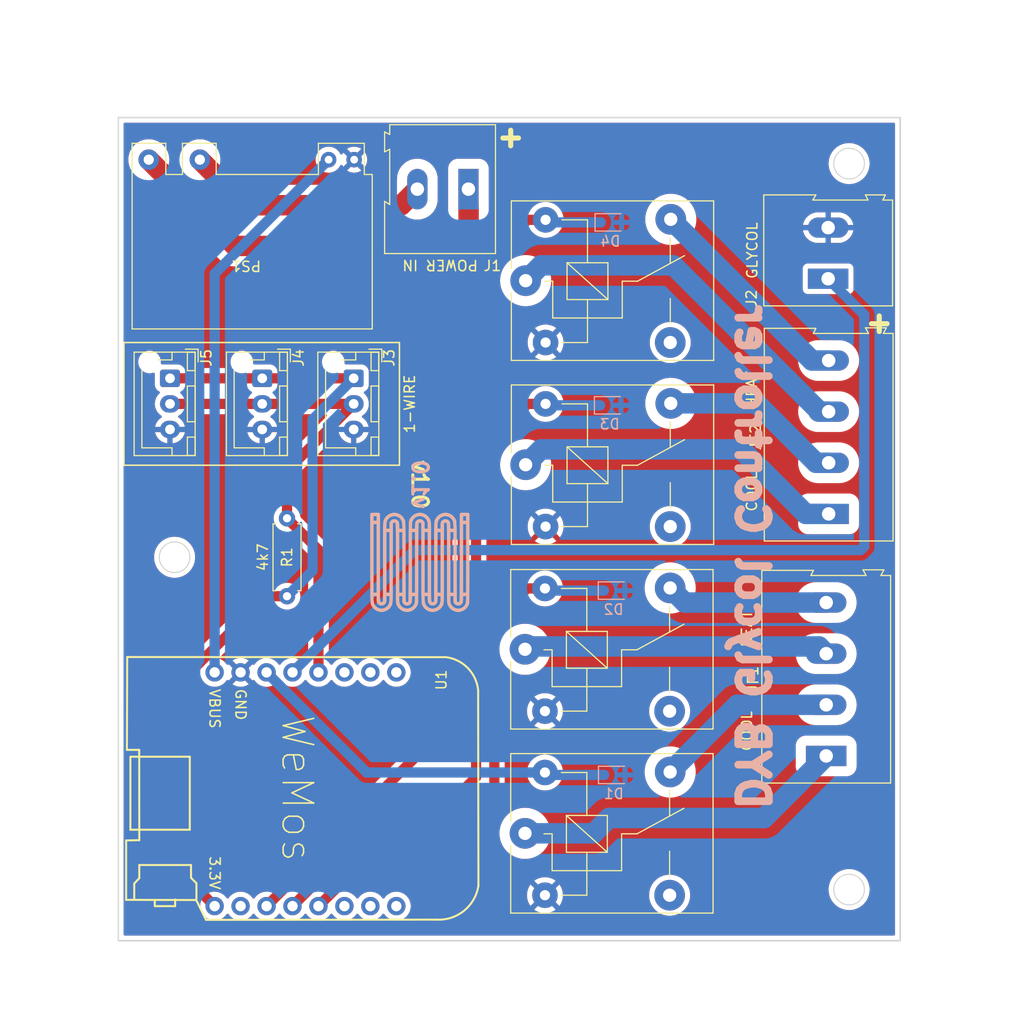
<source format=kicad_pcb>
(kicad_pcb (version 20211014) (generator pcbnew)

  (general
    (thickness 1.6)
  )

  (paper "USLetter")
  (title_block
    (title "DYB Relay Cotnrol Board")
    (date "2023-01-31")
    (rev "1.0")
  )

  (layers
    (0 "F.Cu" signal)
    (31 "B.Cu" signal)
    (32 "B.Adhes" user "B.Adhesive")
    (33 "F.Adhes" user "F.Adhesive")
    (34 "B.Paste" user)
    (35 "F.Paste" user)
    (36 "B.SilkS" user "B.Silkscreen")
    (37 "F.SilkS" user "F.Silkscreen")
    (38 "B.Mask" user)
    (39 "F.Mask" user)
    (40 "Dwgs.User" user "User.Drawings")
    (41 "Cmts.User" user "User.Comments")
    (42 "Eco1.User" user "User.Eco1")
    (43 "Eco2.User" user "User.Eco2")
    (44 "Edge.Cuts" user)
    (45 "Margin" user)
    (46 "B.CrtYd" user "B.Courtyard")
    (47 "F.CrtYd" user "F.Courtyard")
    (48 "B.Fab" user)
    (49 "F.Fab" user)
  )

  (setup
    (stackup
      (layer "F.SilkS" (type "Top Silk Screen"))
      (layer "F.Paste" (type "Top Solder Paste"))
      (layer "F.Mask" (type "Top Solder Mask") (thickness 0.01))
      (layer "F.Cu" (type "copper") (thickness 0.035))
      (layer "dielectric 1" (type "core") (thickness 1.51) (material "FR4") (epsilon_r 4.5) (loss_tangent 0.02))
      (layer "B.Cu" (type "copper") (thickness 0.035))
      (layer "B.Mask" (type "Bottom Solder Mask") (thickness 0.01))
      (layer "B.Paste" (type "Bottom Solder Paste"))
      (layer "B.SilkS" (type "Bottom Silk Screen"))
      (copper_finish "None")
      (dielectric_constraints no)
    )
    (pad_to_mask_clearance 0)
    (pcbplotparams
      (layerselection 0x00010f0_ffffffff)
      (disableapertmacros false)
      (usegerberextensions false)
      (usegerberattributes false)
      (usegerberadvancedattributes false)
      (creategerberjobfile true)
      (svguseinch false)
      (svgprecision 6)
      (excludeedgelayer false)
      (plotframeref false)
      (viasonmask false)
      (mode 1)
      (useauxorigin false)
      (hpglpennumber 1)
      (hpglpenspeed 20)
      (hpglpendiameter 15.000000)
      (dxfpolygonmode true)
      (dxfimperialunits true)
      (dxfusepcbnewfont true)
      (psnegative false)
      (psa4output false)
      (plotreference false)
      (plotvalue true)
      (plotinvisibletext false)
      (sketchpadsonfab false)
      (subtractmaskfromsilk true)
      (outputformat 1)
      (mirror false)
      (drillshape 0)
      (scaleselection 1)
      (outputdirectory "gerber_output/")
    )
  )

  (net 0 "")
  (net 1 "Gnd")
  (net 2 "Compressor_Signal")
  (net 3 "3.3VDC")
  (net 4 "/F1Cin")
  (net 5 "/F1Cout")
  (net 6 "/F1Hin")
  (net 7 "/F1Hout")
  (net 8 "/F2Cin")
  (net 9 "/F2Cout")
  (net 10 "/F2Hout")
  (net 11 "F1_C")
  (net 12 "F1_H")
  (net 13 "F2_C")
  (net 14 "F2_H")
  (net 15 "5VDC")
  (net 16 "OWC_BUS")
  (net 17 "unconnected-(U1-Pad6)")
  (net 18 "unconnected-(U1-Pad7)")
  (net 19 "unconnected-(U1-Pad8)")
  (net 20 "unconnected-(U1-Pad9)")
  (net 21 "unconnected-(U1-Pad10)")
  (net 22 "unconnected-(U1-Pad11)")
  (net 23 "unconnected-(U1-Pad15)")
  (net 24 "/F2Hin")
  (net 25 "unconnected-(F1COOL1-Pad3)")
  (net 26 "unconnected-(F1HEAT1-Pad3)")
  (net 27 "unconnected-(F2COOL1-Pad3)")
  (net 28 "unconnected-(F2HEAT1-Pad3)")
  (net 29 "/NUETRAL")
  (net 30 "/LINE")

  (footprint "Relay_THT:Relay_SPDT_SANYOU_SRD_Series_Form_C" (layer "F.Cu") (at 108.78875 122.5))

  (footprint "Relay_THT:Relay_SPDT_SANYOU_SRD_Series_Form_C" (layer "F.Cu") (at 108.78875 104.5))

  (footprint "Relay_THT:Relay_SPDT_SANYOU_SRD_Series_Form_C" (layer "F.Cu") (at 108.85 86.45))

  (footprint "Relay_THT:Relay_SPDT_SANYOU_SRD_Series_Form_C" (layer "F.Cu") (at 108.85 68.45))

  (footprint "Module:WEMOS_D1_MINI" (layer "F.Cu") (at 86.037747 118.187084 -90))

  (footprint "TerminalBlock:TerminalBlock_Altech_AK300-2_P5.00mm" (layer "F.Cu") (at 138.45 68.265 90))

  (footprint "TerminalBlock:TerminalBlock_Altech_AK300-2_P5.00mm" (layer "F.Cu") (at 103.25 59.5 180))

  (footprint "TerminalBlock:TerminalBlock_Altech_AK300-4_P5.00mm" (layer "F.Cu") (at 138.26 114.93 90))

  (footprint "LOGO" (layer "F.Cu") (at 98.5 96 90))

  (footprint "Connector_JST:JST_XH_B3B-XH-AM_1x03_P2.50mm_Vertical" (layer "F.Cu") (at 74.05 78 -90))

  (footprint "Connector_JST:JST_XH_B3B-XH-AM_1x03_P2.50mm_Vertical" (layer "F.Cu") (at 92.025 78 -90))

  (footprint "Power:Acxico 5V 700mA Board Module Mini AC-DC 120V to 5V Power Supply" (layer "F.Cu") (at 94.471 55.0175 180))

  (footprint "Connector_JST:JST_XH_B3B-XH-AM_1x03_P2.50mm_Vertical" (layer "F.Cu") (at 83.075 78 -90))

  (footprint "TerminalBlock:TerminalBlock_Altech_AK300-4_P5.00mm" (layer "F.Cu") (at 138.5 91.26 90))

  (footprint "Resistor_THT:R_Axial_DIN0207_L6.3mm_D2.5mm_P7.62mm_Horizontal" (layer "F.Cu") (at 85.5 91.69 -90))

  (footprint "Diode_SMD:D_SOD-323F" (layer "B.Cu") (at 117.075 80.64))

  (footprint "Diode_SMD:D_SOD-323F" (layer "B.Cu") (at 117.47375 116.79))

  (footprint "Diode_SMD:D_SOD-323F" (layer "B.Cu") (at 117.14 62.75))

  (footprint "Diode_SMD:D_SOD-323F" (layer "B.Cu") (at 117.45375 98.76))

  (footprint "LOGO" (layer "B.Cu")
    (tedit 0) (tstamp c77434ac-9b9c-41ed-8b3b-27a93da87a8a)
    (at 98.5 96 90)
    (attr board_only exclude_from_pos_files exclude_from_bom)
    (fp_text reference "v1.0" (at 7.62 0 270 unlocked) (layer "B.SilkS")
      (effects (font (size 1.524 1.524) (thickness 0.3)) (justify mirror))
      (tstamp 08e0680d-fff9-4d96-a2b3-f988c6520c9e)
    )
    (fp_text value "" (at 7.62 2.54 90) (layer "B.SilkS") hide
      (effects (font (size 1.524 1.524) (thickness 0.3)) (justify mirror))
      (tstamp 3e2e075c-0cbf-4fee-a96f-8a34c9653c7b)
    )
    (fp_poly (pts
        (xy 4.79758 4.797581)
        (xy 4.814198 4.77994)
        (xy 4.826451 4.761169)
        (xy 4.835005 4.735434)
        (xy 4.840524 4.696897)
        (xy 4.843672 4.639722)
        (xy 4.845116 4.558075)
        (xy 4.845519 4.446117)
        (xy 4.845538 4.376616)
        (xy 4.845407 4.247234)
        (xy 4.844569 4.151092)
        (xy 4.84236 4.082355)
        (xy 4.838114 4.035187)
        (xy 4.831168 4.003752)
        (xy 4.820856 3.982213)
        (xy 4.806513 3.964734)
        (xy 4.79758 3.955651)
        (xy 4.749622 3.907693)
        (xy 0.490269 3.907693)
        (xy -0.028442 3.907634)
        (xy -0.509055 3.907453)
        (xy -0.952552 3.907146)
        (xy -1.359912 3.906708)
        (xy -1.732115 3.906133)
        (xy -2.070141 3.905417)
        (xy -2.374971 3.904555)
        (xy -2.647584 3.90354)
        (xy -2.88896 3.90237)
        (xy -3.10008 3.901037)
        (xy -3.281923 3.899538)
        (xy -3.435468 3.897868)
        (xy -3.561698 3.896021)
        (xy -3.66159 3.893992)
        (xy -3.736126 3.891777)
        (xy -3.786285 3.88937)
        (xy -3.813047 3.886766)
        (xy -3.81753 3.88562)
        (xy -3.869727 3.843309)
        (xy -3.895733 3.783631)
        (xy -3.895546 3.71822)
        (xy -3.869168 3.658709)
        (xy -3.81753 3.61715)
        (xy -3.799789 3.614315)
        (xy -3.758819 3.611699)
        (xy -3.693596 3.609297)
        (xy -3.603092 3.607103)
        (xy -3.486282 3.60511)
        (xy -3.342142 3.603314)
        (xy -3.169644 3.601707)
        (xy -2.967763 3.600284)
        (xy -2.735474 3.59904)
        (xy -2.471751 3.597968)
        (xy -2.175569 3.597062)
        (xy -1.845901 3.596316)
        (xy -1.481722 3.595725)
        (xy -1.082006 3.595282)
        (xy -0.645728 3.594982)
        (xy -0.171862 3.594819)
        (xy 0.05465 3.594788)
        (xy 0.517372 3.594785)
        (xy 0.942681 3.594813)
        (xy 1.332244 3.594821)
        (xy 1.687724 3.594756)
        (xy 2.010786 3.594566)
        (xy 2.303095 3.594199)
        (xy 2.566316 3.593602)
        (xy 2.802113 3.592724)
        (xy 3.012152 3.591513)
        (xy 3.198096 3.589916)
        (xy 3.361612 3.587881)
        (xy 3.504363 3.585356)
        (xy 3.628014 3.582289)
        (xy 3.73423 3.578628)
        (xy 3.824676 3.57432)
        (xy 3.901017 3.569314)
        (xy 3.964917 3.563557)
        (xy 4.018042 3.556997)
        (xy 4.062055 3.549582)
        (xy 4.098622 3.54126)
        (xy 4.129407 3.531978)
        (xy 4.156076 3.521685)
        (xy 4.180292 3.510329)
        (xy 4.203721 3.497856)
        (xy 4.228028 3.484216)
        (xy 4.254877 3.469356)
        (xy 4.267139 3.462828)
        (xy 4.430592 3.355716)
        (xy 4.571489 3.220015)
        (xy 4.686602 3.061099)
        (xy 4.772703 2.884341)
        (xy 4.826564 2.695115)
        (xy 4.844961 2.500923)
        (xy 4.826168 2.30465)
        (xy 4.771943 2.11553)
        (xy 4.685513 1.938935)
        (xy 4.570105 1.78024)
        (xy 4.428949 1.644818)
        (xy 4.267139 1.539018)
        (xy 4.238749 1.523637)
        (xy 4.213591 1.509498)
        (xy 4.19 1.496548)
        (xy 4.166312 1.484735)
        (xy 4.140861 1.474008)
        (xy 4.111984 1.464313)
        (xy 4.078015 1.4556)
        (xy 4.037289 1.447815)
        (xy 3.988141 1.440908)
        (xy 3.928908 1.434824)
        (xy 3.857924 1.429513)
        (xy 3.773524 1.424922)
        (xy 3.674044 1.421)
        (xy 3.557819 1.417693)
        (xy 3.423184 1.414949)
        (xy 3.268474 1.412718)
        (xy 3.092025 1.410946)
        (xy 2.892171 1.409581)
        (xy 2.667249 1.408571)
        (xy 2.415593 1.407865)
        (xy 2.135538 1.407409)
        (xy 1.825421 1.407152)
        (xy 1.483575 1.407041)
        (xy 1.108336 1.407025)
        (xy 0.69804 1.407051)
        (xy 0.251022 1.407067)
        (xy 0.05465 1.407058)
        (xy -0.436521 1.406955)
        (xy -0.889641 1.406717)
        (xy -1.305735 1.40634)
        (xy -1.68583 1.405816)
        (xy -2.030951 1.405141)
        (xy -2.342123 1.404308)
        (xy -2.620372 1.403312)
        (xy -2.866725 1.402146)
        (xy -3.082206 1.400805)
        (xy -3.267842 1.399282)
        (xy -3.424657 1.397572)
        (xy -3.553678 1.395668)
        (xy -3.65593 1.393566)
        (xy -3.732439 1.391258)
        (xy -3.784231 1.38874)
        (xy -3.812331 1.386004)
        (xy -3.81753 1.384697)
        (xy -3.869727 1.342386)
        (xy -3.895733 1.282708)
        (xy -3.895546 1.217297)
        (xy -3.869168 1.157786)
        (xy -3.81753 1.116227)
        (xy -3.799789 1.113392)
        (xy -3.758819 1.110776)
        (xy -3.693596 1.108374)
        (xy -3.603092 1.10618)
        (xy -3.486282 1.104187)
        (xy -3.342142 1.10239)
        (xy -3.169644 1.100784)
        (xy -2.967763 1.099361)
        (xy -2.735474 1.098117)
        (xy -2.471751 1.097045)
        (xy -2.175569 1.096139)
        (xy -1.845901 1.095393)
        (xy -1.481722 1.094802)
        (xy -1.082006 1.094359)
        (xy -0.645728 1.094059)
        (xy -0.171862 1.093896)
        (xy 0.05465 1.093865)
        (xy 0.517372 1.093862)
        (xy 0.942681 1.09389)
        (xy 1.332244 1.093898)
        (xy 1.687724 1.093833)
        (xy 2.010786 1.093643)
        (xy 2.303095 1.093276)
        (xy 2.566316 1.092679)
        (xy 2.802113 1.091801)
        (xy 3.012152 1.09059)
        (xy 3.198096 1.088993)
        (xy 3.361612 1.086958)
        (xy 3.504363 1.084433)
        (xy 3.628014 1.081366)
        (xy 3.73423 1.077705)
        (xy 3.824676 1.073397)
        (xy 3.901017 1.068391)
        (xy 3.964917 1.062634)
        (xy 4.018042 1.056074)
        (xy 4.062055 1.048659)
        (xy 4.098622 1.040337)
        (xy 4.129407 1.031055)
        (xy 4.156076 1.020762)
        (xy 4.180292 1.009406)
        (xy 4.203721 0.996933)
        (xy 4.228028 0.983293)
        (xy 4.254877 0.968432)
        (xy 4.267139 0.961905)
        (xy 4.430592 0.854793)
        (xy 4.571489 0.719092)
        (xy 4.686602 0.560176)
        (xy 4.772703 0.383418)
        (xy 4.826564 0.194192)
        (xy 4.844961 0)
        (xy 4.826168 -0.196273)
        (xy 4.771943 -0.385393)
        (xy 4.685513 -0.561988)
        (xy 4.570105 -0.720683)
        (xy 4.428949 -0.856105)
        (xy 4.267139 -0.961905)
        (xy 4.238749 -0.977286)
        (xy 4.213591 -0.991425)
        (xy 4.19 -1.004375)
        (xy 4.166312 -1.016188)
        (xy 4.140861 -1.026915)
        (xy 4.111984 -1.03661)
        (xy 4.078015 -1.045323)
        (xy 4.037289 -1.053108)
        (xy 3.988141 -1.060015)
        (xy 3.928908 -1.066099)
        (xy 3.857924 -1.07141)
        (xy 3.773524 -1.076001)
        (xy 3.674044 -1.079924)
        (xy 3.557819 -1.08323)
        (xy 3.423184 -1.085974)
        (xy 3.268474 -1.088205)
        (xy 3.092025 -1.089977)
        (xy 2.892171 -1.091342)
        (xy 2.667249 -1.092352)
        (xy 2.415593 -1.093059)
        (xy 2.135538 -1.093514)
        (xy 1.825421 -1.093772)
        (xy 1.483575 -1.093882)
        (xy 1.108336 -1.093898)
        (xy 0.69804 -1.093872)
        (xy 0.251022 -1.093856)
        (xy 0.05465 -1.093865)
        (xy -0.436521 -1.093968)
        (xy -0.889641 -1.094206)
        (xy -1.305735 -1.094583)
        (xy -1.68583 -1.095107)
        (xy -2.030951 -1.095782)
        (xy -2.342123 -1.096615)
        (xy -2.620372 -1.097611)
        (xy -2.866725 -1.098777)
        (xy -3.082206 -1.100118)
        (xy -3.267842 -1.101641)
        (xy -3.424657 -1.103351)
        (xy -3.553678 -1.105255)
        (xy -3.65593 -1.107357)
        (xy -3.732439 -1.109665)
        (xy -3.784231 -1.112183)
        (xy -3.812331 -1.114919)
        (xy -3.81753 -1.116226)
        (xy -3.869727 -1.158537)
        (xy -3.895733 -1.218215)
        (xy -3.895546 -1.283626)
        (xy -3.869168 -1.343137)
        (xy -3.81753 -1.384696)
        (xy -3.799789 -1.387531)
        (xy -3.758819 -1.390147)
        (xy -3.693596 -1.392549)
        (xy -3.603092 -1.394743)
        (xy -3.486282 -1.396736)
        (xy -3.342142 -1.398533)
        (xy -3.169644 -1.400139)
        (xy -2.967763 -1.401562)
        (xy -2.735474 -1.402806)
        (xy -2.471751 -1.403879)
        (xy -2.175569 -1.404784)
        (xy -1.845901 -1.40553)
        (xy -1.481722 -1.406121)
        (xy -1.082006 -1.406564)
        (xy -0.645728 -1.406864)
        (xy -0.171862 -1.407027)
        (xy 0.05465 -1.407058)
        (xy 0.517372 -1.407061)
        (xy 0.942681 -1.407033)
        (xy 1.332244 -1.407025)
        (xy 1.687724 -1.40709)
        (xy 2.010786 -1.40728)
        (xy 2.303095 -1.407648)
        (xy 2.566316 -1.408244)
        (xy 2.802113 -1.409122)
        (xy 3.012152 -1.410333)
        (xy 3.198096 -1.41193)
        (xy 3.361612 -1.413965)
        (xy 3.504363 -1.41649)
        (xy 3.628014 -1.419557)
        (xy 3.73423 -1.423218)
        (xy 3.824676 -1.427526)
        (xy 3.901017 -1.432532)
        (xy 3.964917 -1.438289)
        (xy 4.018042 -1.444849)
        (xy 4.062055 -1.452264)
        (xy 4.098622 -1.460586)
        (xy 4.129407 -1.469868)
        (xy 4.156076 -1.480161)
        (xy 4.180292 -1.491517)
        (xy 4.203721 -1.50399)
        (xy 4.228028 -1.51763)
        (xy 4.254877 -1.532491)
        (xy 4.267139 -1.539018)
        (xy 4.430592 -1.64613)
        (xy 4.571489 -1.781831)
        (xy 4.686602 -1.940747)
        (xy 4.772703 -2.117505)
        (xy 4.826564 -2.306731)
        (xy 4.844961 -2.500923)
        (xy 4.826168 -2.697196)
        (xy 4.771943 -2.886316)
        (xy 4.685513 -3.062911)
        (xy 4.570105 -3.221606)
        (xy 4.428949 -3.357028)
        (xy 4.267139 -3.462828)
        (xy 4.238749 -3.478209)
        (xy 4.213591 -3.492349)
        (xy 4.19 -3.505299)
        (xy 4.166312 -3.517111)
        (xy 4.140861 -3.527839)
        (xy 4.111984 -3.537533)
        (xy 4.078015 -3.546246)
        (xy 4.037289 -3.554031)
        (xy 3.988141 -3.560939)
        (xy 3.928908 -3.567022)
        (xy 3.857924 -3.572333)
        (xy 3.773524 -3.576924)
        (xy 3.674044 -3.580847)
        (xy 3.557819 -3.584154)
        (xy 3.423184 -3.586897)
        (xy 3.268474 -3.589128)
        (xy 3.092025 -3.5909)
        (xy 2.892171 -3.592265)
        (xy 2.667249 -3.593275)
        (xy 2.415593 -3.593982)
        (xy 2.135538 -3.594437)
        (xy 1.825421 -3.594695)
        (xy 1.483575 -3.594805)
        (xy 1.108336 -3.594821)
        (xy 0.69804 -3.594795)
        (xy 0.251022 -3.594779)
        (xy 0.05465 -3.594788)
        (xy -0.436521 -3.594891)
        (xy -0.889641 -3.595129)
        (xy -1.305735 -3.595506)
        (xy -1.68583 -3.59603)
        (xy -2.030951 -3.596705)
        (xy -2.342123 -3.597538)
        (xy -2.620372 -3.598534)
        (xy -2.866725 -3.5997)
        (xy -3.082206 -3.601042)
        (xy -3.267842 -3.602564)
        (xy -3.424657 -3.604274)
        (xy -3.553678 -3.606178)
        (xy -3.65593 -3.60828)
        (xy -3.732439 -3.610588)
        (xy -3.784231 -3.613106)
        (xy -3.812331 -3.615842)
        (xy -3.81753 -3.61715)
        (xy -3.869727 -3.65946)
        (xy -3.895733 -3.719138)
        (xy -3.895546 -3.784549)
        (xy -3.869168 -3.844061)
        (xy -3.81753 -3.885619)
        (xy -3.800242 -3.888306)
        (xy -3.759967 -3.890795)
        (xy -3.695725 -3.89309)
        (xy -3.606534 -3.895196)
        (xy -3.491416 -3.897118)
        (xy -3.34939 -3.898862)
        (xy -3.179476 -3.900432)
        (xy -2.980694 -3.901833)
        (xy -2.752065 -3.90307)
        (xy -2.492608 -3.904149)
        (xy -2.201343 -3.905075)
        (xy -1.877291 -3.905851)
        (xy -1.519471 -3.906484)
        (xy -1.126903 -3.906979)
        (xy -0.698607 -3.90734)
        (xy -0.233603 -3.907573)
        (xy 0.269088 -3.907682)
        (xy 0.490269 -3.907692)
        (xy 4.749622 -3.907692)
        (xy 4.79758 -3.95565)
        (xy 4.814198 -3.973291)
        (xy 4.826451 -3.992061)
        (xy 4.835005 -4.017797)
        (xy 4.840524 -4.056334)
        (xy 4.843672 -4.113508)
        (xy 4.845116 -4.195156)
        (xy 4.845519 -4.307114)
        (xy 4.845538 -4.376615)
        (xy 4.845407 -4.505997)
        (xy 4.844569 -4.602139)
        (xy 4.84236 -4.670875)
        (xy 4.838114 -4.718043)
        (xy 4.831168 -4.749479)
        (xy 4.820856 -4.771018)
        (xy 4.806513 -4.788497)
        (xy 4.79758 -4.79758)
        (xy 4.749622 -4.845538)
        (xy 0.425849 -4.84391)
        (xy -0.068266 -4.843695)
        (xy -0.524772 -4.843429)
        (xy -0.94514 -4.843103)
        (xy -1.330837 -4.842706)
        (xy -1.683333 -4.84223)
        (xy -2.004096 -4.841665)
        (xy -2.294596 -4.841)
        (xy -2.5563 -4.840226)
        (xy -2.790678 -4.839334)
        (xy -2.999199 -4.838314)
        (xy -3.183332 -4.837156)
        (xy -3.344545 -4.83585)
        (xy -3.484307 -4.834386)
        (xy -3.604088 -4.832756)
        (xy -3.705356 -4.830949)
        (xy -3.789579 -4.828955)
        (xy -3.858227 -4.826765)
        (xy -3.912769 -4.82437)
        (xy -3.954673 -4.821758)
        (xy -3.985408 -4.818922)
        (xy -4.006443 -4.81585)
        (xy -4.012322 -4.814589)
        (xy -4.197466 -4.750368)
        (xy -4.366106 -4.653712)
        (xy -4.514802 -4.529012)
        (xy -4.640113 -4.380663)
        (xy -4.7386 -4.213056)
        (xy -4.806821 -4.030585)
        (xy -4.841338 -3.837642)
        (xy -4.843498 -3.786206)
        (xy -4.527334 -3.786206)
        (xy -4.502481 -3.94244)
        (xy -4.446137 -4.093194)
        (xy -4.361147 -4.229714)
        (xy -4.30238 -4.296404)
        (xy -4.213719 -4.375634)
        (xy -4.121998 -4.43594)
        (xy -4.020358 -4.479497)
        (xy -3.901938 -4.508482)
        (xy -3.759878 -4.52507)
        (xy -3.587317 -4.531439)
        (xy -3.560885 -4.531637)
        (xy -3.282462 -4.532923)
        (xy -2.969846 -4.532923)
        (xy 3.751384 -4.532923)
        (xy 4.064 -4.532923)
        (xy 4.532923 -4.532923)
        (xy 4.532923 -4.220307)
        (xy 4.064 -4.220307)
        (xy 4.064 -4.532923)
        (xy 3.751384 -4.532923)
        (xy 3.751384 -4.220307)
        (xy -2.969846 -4.220307)
        (xy -2.969846 -4.532923)
        (xy -3.282462 -4.532923)
        (xy -3.282462 -4.223741)
        (xy -3.590193 -4.21693)
        (xy -3.721007 -4.213101)
        (xy -3.820077 -4.206858)
        (xy -3.894733 -4.196164)
        (xy -3.952307 -4.178984)
        (xy -4.000128 -4.153281)
        (xy -4.045529 -4.117019)
        (xy -4.084413 -4.079658)
        (xy -4.16313 -3.975297)
        (xy -4.20838 -3.857784)
        (xy -4.220189 -3.7341)
        (xy -4.198582 -3.611226)
        (xy -4.143584 -3.496143)
        (xy -4.082036 -3.420733)
        (xy -4.027705 -3.37116)
        (xy -3.973561 -3.334912)
        (xy -3.912161 -3.309983)
        (xy -3.836062 -3.294368)
        (xy -3.737822 -3.28606)
        (xy -3.609997 -3.283052)
        (xy -3.570654 -3.28289)
        (xy -3.282462 -3.282461)
        (xy -2.969846 -3.282461)
        (xy 2.969846 -3.282461)
        (xy 2.969846 -2.969846)
        (xy -2.969846 -2.969846)
        (xy -2.969846 -3.282461)
        (xy -3.282462 -3.282461)
        (xy -3.282462 -2.969846)
        (xy -3.551895 -2.969846)
        (xy -3.733282 -2.974713)
        (xy -3.883349 -2.99072
... [527403 chars truncated]
</source>
